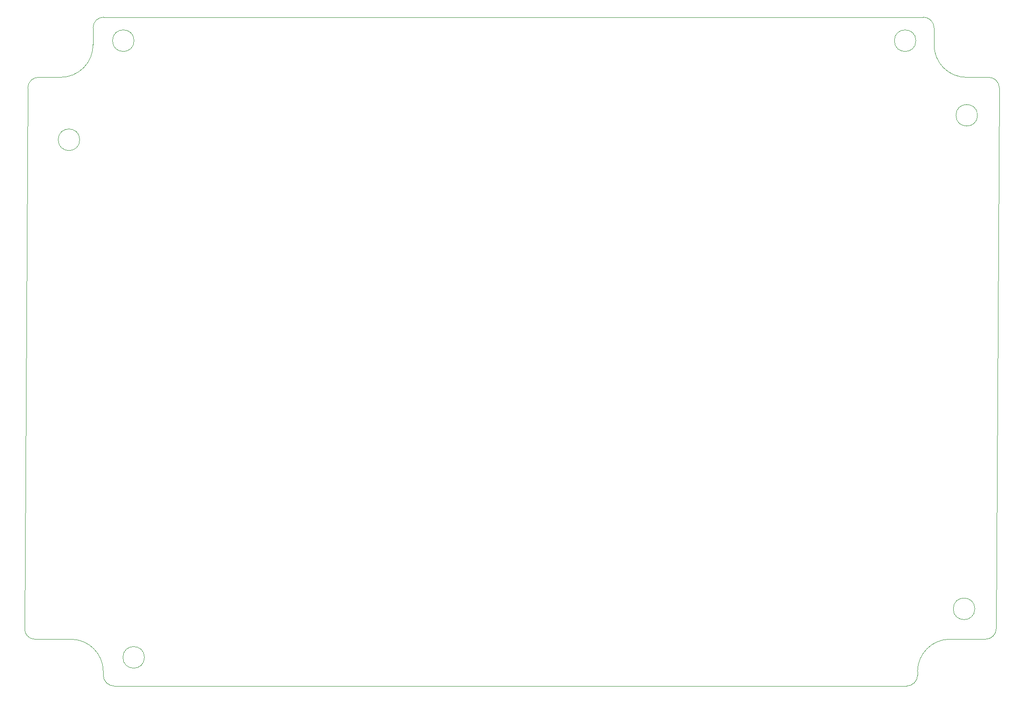
<source format=gm1>
G04 #@! TF.GenerationSoftware,KiCad,Pcbnew,8.0.7-8.0.7-0~ubuntu24.04.1*
G04 #@! TF.CreationDate,2024-12-19T04:57:45+00:00*
G04 #@! TF.ProjectId,z31hellen,7a333168-656c-46c6-956e-2e6b69636164,rev?*
G04 #@! TF.SameCoordinates,Original*
G04 #@! TF.FileFunction,Profile,NP*
%FSLAX46Y46*%
G04 Gerber Fmt 4.6, Leading zero omitted, Abs format (unit mm)*
G04 Created by KiCad (PCBNEW 8.0.7-8.0.7-0~ubuntu24.04.1) date 2024-12-19 04:57:45*
%MOMM*%
%LPD*%
G01*
G04 APERTURE LIST*
G04 #@! TA.AperFunction,Profile*
%ADD10C,0.100000*%
G04 #@! TD*
G04 #@! TA.AperFunction,Profile*
%ADD11C,0.050000*%
G04 #@! TD*
G04 APERTURE END LIST*
D10*
X8295002Y3485005D02*
X8295002Y2825005D01*
X159000000Y120500000D02*
G75*
G02*
X155000000Y120500000I-2000000J0D01*
G01*
X155000000Y120500000D02*
G75*
G02*
X159000000Y120500000I2000000J0D01*
G01*
X2295002Y9485005D02*
G75*
G02*
X8295005Y3485005I-2J-6000005D01*
G01*
X159295002Y2815005D02*
X159295002Y3495005D01*
D11*
X174480000Y111720000D02*
X173905002Y11485005D01*
D10*
X168370000Y113709467D02*
G75*
G02*
X162370000Y119790000I0J6000533D01*
G01*
X10305002Y815005D02*
G75*
G02*
X8295005Y2825005I-2J2009995D01*
G01*
X172490000Y113710000D02*
G75*
G02*
X174480000Y111720000I0J-1990000D01*
G01*
X173905002Y11485005D02*
G75*
G02*
X171905002Y9484998I-2000002J-5D01*
G01*
X159295002Y2815005D02*
G75*
G02*
X157295002Y814998I-2000002J-5D01*
G01*
X160370000Y124870000D02*
G75*
G02*
X162370000Y122870000I0J-2000000D01*
G01*
X169925002Y15125005D02*
G75*
G02*
X165925002Y15125005I-2000000J0D01*
G01*
X165925002Y15125005D02*
G75*
G02*
X169925002Y15125005I2000000J0D01*
G01*
X171905002Y9485005D02*
X165304967Y9497956D01*
X15925002Y6125005D02*
G75*
G02*
X11925002Y6125005I-2000000J0D01*
G01*
X11925002Y6125005D02*
G75*
G02*
X15925002Y6125005I2000000J0D01*
G01*
X8360000Y124870000D02*
X160370000Y124870000D01*
X10305002Y815005D02*
X157295002Y815005D01*
D11*
X-5715000Y111720000D02*
X-6289998Y11385005D01*
D10*
X6390000Y122900000D02*
G75*
G02*
X8360000Y124870000I1970000J0D01*
G01*
X-3720000Y113715000D02*
X390000Y113715000D01*
X-4389998Y9485005D02*
G75*
G02*
X-6289995Y11385005I-2J1899995D01*
G01*
X6389999Y119782879D02*
G75*
G02*
X390000Y113715022I-5999999J-67479D01*
G01*
X172490000Y113709467D02*
X168370000Y113709467D01*
X170425002Y106666386D02*
G75*
G02*
X166425002Y106666386I-2000000J0D01*
G01*
X166425002Y106666386D02*
G75*
G02*
X170425002Y106666386I2000000J0D01*
G01*
X159295003Y3495005D02*
G75*
G02*
X165304967Y9498020I6026297J-23305D01*
G01*
X-5715000Y111720000D02*
G75*
G02*
X-3720000Y113715000I1995000J0D01*
G01*
X-4389998Y9485005D02*
X2295002Y9485005D01*
X3925002Y102125005D02*
G75*
G02*
X-74998Y102125005I-2000000J0D01*
G01*
X-74998Y102125005D02*
G75*
G02*
X3925002Y102125005I2000000J0D01*
G01*
X14000000Y120500000D02*
G75*
G02*
X10000000Y120500000I-2000000J0D01*
G01*
X10000000Y120500000D02*
G75*
G02*
X14000000Y120500000I2000000J0D01*
G01*
X6390000Y122900000D02*
X6389999Y119782879D01*
X162370000Y122870000D02*
X162370000Y119790000D01*
M02*

</source>
